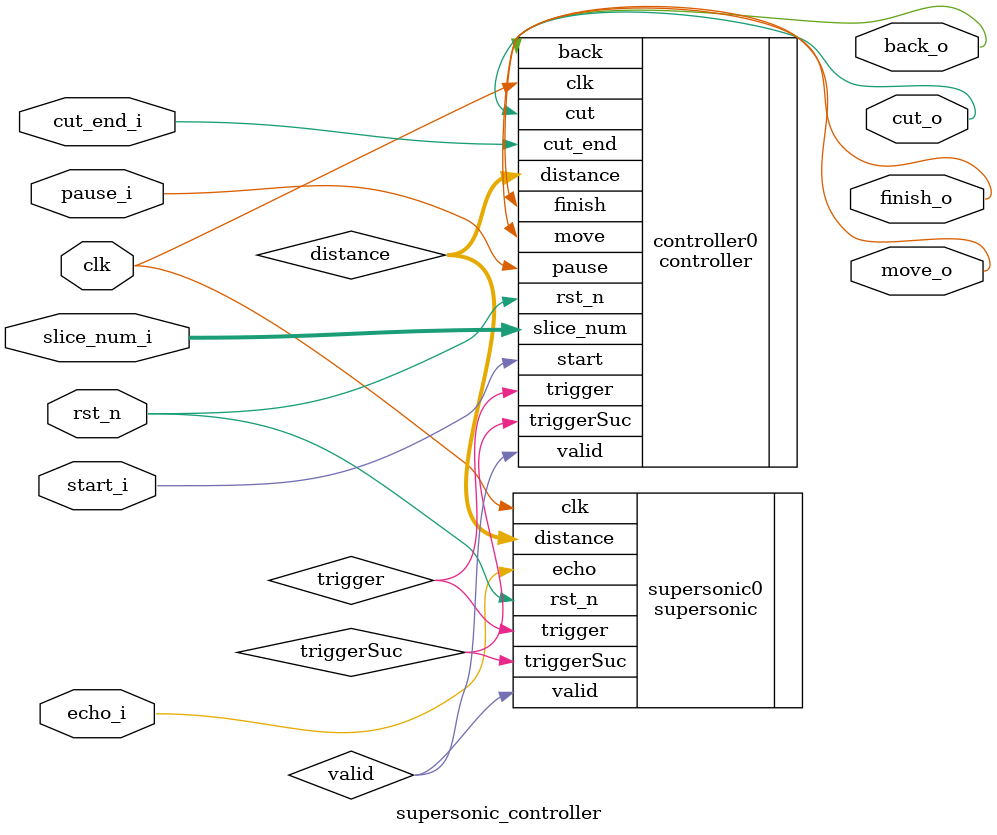
<source format=v>
module supersonic_controller(
    input       clk,
    input       rst_n,
    input       start_i,
    input       pause_i,
    input [4:0] slice_num_i,
    
    // I/O with move driver
    output      move_o,
    output      back_o,
    
    // I/O with cut controller
    input       cut_end_i,
    output      cut_o,
    
    // I/O with supersonic
    input       echo_i,
    
    output      finish_o
);
    
    wire trigger, triggerSuc;
    wire valid;
    wire [31:0] distance;

    supersonic supersonic0(
		.clk        (clk),
		.rst_n      (rst_n),
		.trigger    (trigger),
		.echo       (echo_i),
		.valid      (valid),
        .triggerSuc (triggerSuc),
		.distance   (distance)
    );
    
    controller controller0(
		.clk        (clk),
		.rst_n      (rst_n),
		.start      (start_i),
		.pause      (pause_i),
		.slice_num  (slice_num_i),
		.valid      (valid),
		.distance   (distance),
		.triggerSuc (triggerSuc),
		.trigger    (trigger),
		.move       (move_o),
        .back       (back_o),
		.cut_end    (cut_end_i),
		.cut        (cut_o),
        .finish     (finish_o)    
    );

endmodule
</source>
